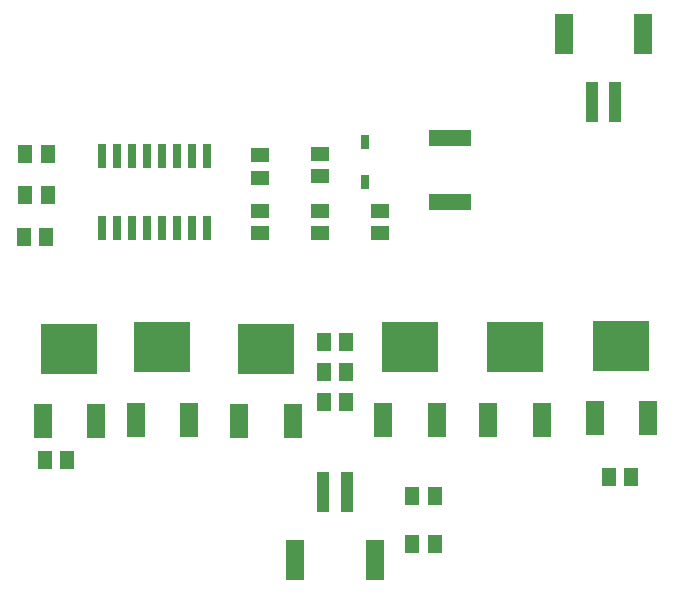
<source format=gtp>
G75*
%MOIN*%
%OFA0B0*%
%FSLAX25Y25*%
%IPPOS*%
%LPD*%
%AMOC8*
5,1,8,0,0,1.08239X$1,22.5*
%
%ADD10R,0.02953X0.04724*%
%ADD11R,0.05906X0.05118*%
%ADD12R,0.14016X0.05512*%
%ADD13R,0.02600X0.08000*%
%ADD14R,0.06299X0.11811*%
%ADD15R,0.19000X0.16500*%
%ADD16R,0.03937X0.13780*%
%ADD17R,0.05906X0.13386*%
%ADD18R,0.05118X0.05906*%
D10*
X0146500Y0169807D03*
X0146500Y0183193D03*
D11*
X0131500Y0179240D03*
X0131500Y0171760D03*
X0131500Y0160240D03*
X0131500Y0152760D03*
X0151500Y0152760D03*
X0151500Y0160240D03*
X0111500Y0160240D03*
X0111500Y0152760D03*
X0111500Y0171260D03*
X0111500Y0178740D03*
D12*
X0175000Y0184500D03*
X0175000Y0163004D03*
D13*
X0094000Y0154400D03*
X0089000Y0154400D03*
X0084000Y0154400D03*
X0079000Y0154400D03*
X0074000Y0154400D03*
X0069000Y0154400D03*
X0064000Y0154400D03*
X0059000Y0154400D03*
X0059000Y0178600D03*
X0064000Y0178600D03*
X0069000Y0178600D03*
X0074000Y0178600D03*
X0079000Y0178600D03*
X0084000Y0178600D03*
X0089000Y0178600D03*
X0094000Y0178600D03*
D14*
X0087976Y0090594D03*
X0104524Y0090094D03*
X0122476Y0090094D03*
X0152524Y0090594D03*
X0170476Y0090594D03*
X0187524Y0090594D03*
X0205476Y0090594D03*
X0223024Y0091094D03*
X0240976Y0091094D03*
X0070024Y0090594D03*
X0056976Y0090094D03*
X0039024Y0090094D03*
D15*
X0048000Y0114252D03*
X0079000Y0114752D03*
X0113500Y0114252D03*
X0161500Y0114752D03*
X0196500Y0114752D03*
X0232000Y0115252D03*
D16*
X0140437Y0066500D03*
X0132563Y0066500D03*
X0222063Y0196500D03*
X0229937Y0196500D03*
D17*
X0239189Y0219138D03*
X0212811Y0219138D03*
X0149689Y0043862D03*
X0123311Y0043862D03*
D18*
X0039760Y0077000D03*
X0047240Y0077000D03*
X0132760Y0096500D03*
X0140240Y0096500D03*
X0140240Y0106500D03*
X0132760Y0106500D03*
X0132760Y0116500D03*
X0140240Y0116500D03*
X0162260Y0065000D03*
X0169740Y0065000D03*
X0169740Y0049000D03*
X0162260Y0049000D03*
X0227760Y0071500D03*
X0235240Y0071500D03*
X0040740Y0165500D03*
X0033260Y0165500D03*
X0033260Y0179000D03*
X0040740Y0179000D03*
X0040240Y0151500D03*
X0032760Y0151500D03*
M02*

</source>
